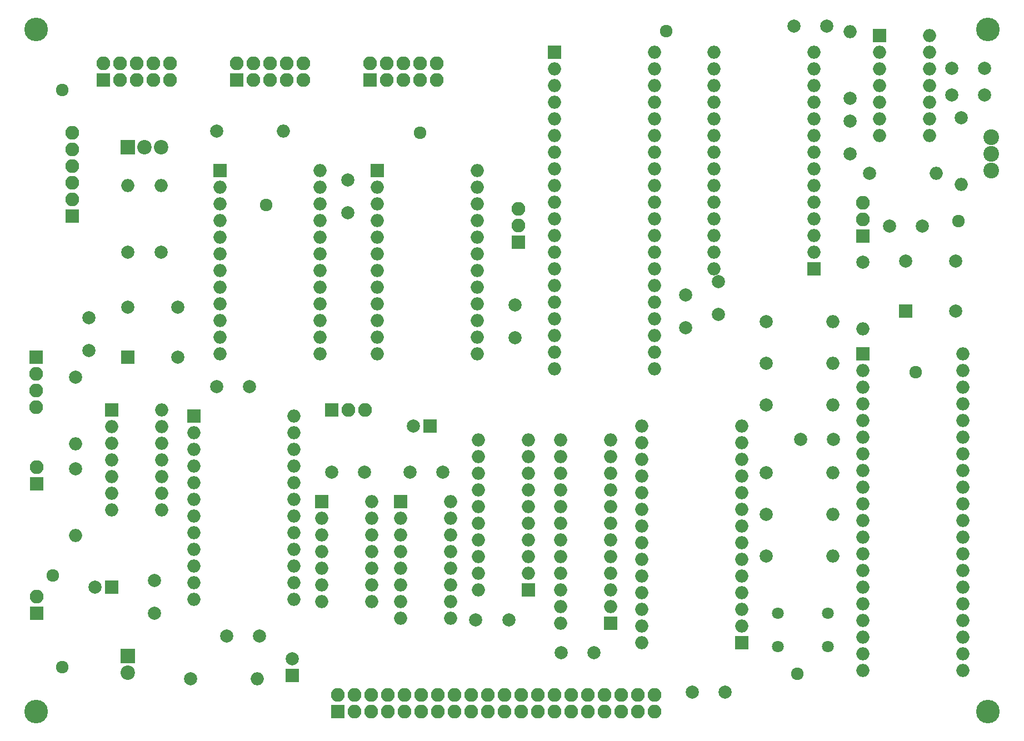
<source format=gts>
G04 #@! TF.FileFunction,Soldermask,Top*
%FSLAX46Y46*%
G04 Gerber Fmt 4.6, Leading zero omitted, Abs format (unit mm)*
G04 Created by KiCad (PCBNEW 4.0.7) date 11/10/19 12:42:26*
%MOMM*%
%LPD*%
G01*
G04 APERTURE LIST*
%ADD10C,0.100000*%
%ADD11C,1.924000*%
%ADD12C,3.600000*%
%ADD13C,2.000000*%
%ADD14R,2.000000X2.000000*%
%ADD15R,2.100000X2.100000*%
%ADD16O,2.100000X2.100000*%
%ADD17O,2.000000X2.000000*%
%ADD18C,1.797000*%
%ADD19R,2.200000X2.200000*%
%ADD20C,2.200000*%
%ADD21C,2.400000*%
G04 APERTURE END LIST*
D10*
D11*
X189000000Y-87270000D03*
X113500000Y-50770000D03*
X171000000Y-133270000D03*
X195500000Y-64270000D03*
X90000000Y-61770000D03*
X57500000Y-118270000D03*
X59000000Y-132270000D03*
D12*
X55000000Y-35000000D03*
X200000000Y-35000000D03*
X200000000Y-139000000D03*
X55000000Y-139000000D03*
D13*
X176500000Y-97500000D03*
X171500000Y-97500000D03*
X87500000Y-89500000D03*
X82500000Y-89500000D03*
X154000000Y-75500000D03*
X154000000Y-80500000D03*
X140000000Y-130000000D03*
X135000000Y-130000000D03*
X102500000Y-63000000D03*
X102500000Y-58000000D03*
X89000000Y-127500000D03*
X84000000Y-127500000D03*
X128000000Y-77000000D03*
X128000000Y-82000000D03*
X160000000Y-136000000D03*
X155000000Y-136000000D03*
X117000000Y-102500000D03*
X112000000Y-102500000D03*
X73000000Y-119000000D03*
X73000000Y-124000000D03*
D14*
X66500000Y-120000000D03*
D13*
X64000000Y-120000000D03*
D14*
X115000000Y-95500000D03*
D13*
X112500000Y-95500000D03*
D14*
X94000000Y-133500000D03*
D13*
X94000000Y-131000000D03*
D15*
X65240000Y-42700000D03*
D16*
X65240000Y-40160000D03*
X67780000Y-42700000D03*
X67780000Y-40160000D03*
X70320000Y-42700000D03*
X70320000Y-40160000D03*
X72860000Y-42700000D03*
X72860000Y-40160000D03*
X75400000Y-42700000D03*
X75400000Y-40160000D03*
D15*
X85560000Y-42700000D03*
D16*
X85560000Y-40160000D03*
X88100000Y-42700000D03*
X88100000Y-40160000D03*
X90640000Y-42700000D03*
X90640000Y-40160000D03*
X93180000Y-42700000D03*
X93180000Y-40160000D03*
X95720000Y-42700000D03*
X95720000Y-40160000D03*
D15*
X105880000Y-42700000D03*
D16*
X105880000Y-40160000D03*
X108420000Y-42700000D03*
X108420000Y-40160000D03*
X110960000Y-42700000D03*
X110960000Y-40160000D03*
X113500000Y-42700000D03*
X113500000Y-40160000D03*
X116040000Y-42700000D03*
X116040000Y-40160000D03*
D15*
X55080000Y-104295000D03*
D16*
X55080000Y-101755000D03*
D15*
X101000000Y-139000000D03*
D16*
X101000000Y-136460000D03*
X103540000Y-139000000D03*
X103540000Y-136460000D03*
X106080000Y-139000000D03*
X106080000Y-136460000D03*
X108620000Y-139000000D03*
X108620000Y-136460000D03*
X111160000Y-139000000D03*
X111160000Y-136460000D03*
X113700000Y-139000000D03*
X113700000Y-136460000D03*
X116240000Y-139000000D03*
X116240000Y-136460000D03*
X118780000Y-139000000D03*
X118780000Y-136460000D03*
X121320000Y-139000000D03*
X121320000Y-136460000D03*
X123860000Y-139000000D03*
X123860000Y-136460000D03*
X126400000Y-139000000D03*
X126400000Y-136460000D03*
X128940000Y-139000000D03*
X128940000Y-136460000D03*
X131480000Y-139000000D03*
X131480000Y-136460000D03*
X134020000Y-139000000D03*
X134020000Y-136460000D03*
X136560000Y-139000000D03*
X136560000Y-136460000D03*
X139100000Y-139000000D03*
X139100000Y-136460000D03*
X141640000Y-139000000D03*
X141640000Y-136460000D03*
X144180000Y-139000000D03*
X144180000Y-136460000D03*
X146720000Y-139000000D03*
X146720000Y-136460000D03*
X149260000Y-139000000D03*
X149260000Y-136460000D03*
D15*
X55080000Y-123980000D03*
D16*
X55080000Y-121440000D03*
D13*
X166205000Y-92230000D03*
D17*
X176365000Y-92230000D03*
D13*
X166205000Y-85880000D03*
D17*
X176365000Y-85880000D03*
D13*
X82500000Y-50500000D03*
D17*
X92660000Y-50500000D03*
D13*
X166205000Y-79530000D03*
D17*
X176365000Y-79530000D03*
D13*
X181000000Y-70500000D03*
D17*
X181000000Y-80660000D03*
D13*
X166205000Y-102580000D03*
D17*
X176365000Y-102580000D03*
D13*
X166205000Y-115280000D03*
D17*
X176365000Y-115280000D03*
D13*
X166205000Y-108930000D03*
D17*
X176365000Y-108930000D03*
D13*
X61000000Y-102000000D03*
D17*
X61000000Y-112160000D03*
D13*
X61000000Y-88000000D03*
D17*
X61000000Y-98160000D03*
D18*
X175620000Y-124000000D03*
X175620000Y-129080000D03*
X168000000Y-124000000D03*
X168000000Y-129080000D03*
D14*
X187500000Y-78000000D03*
D13*
X187500000Y-70380000D03*
X195120000Y-70380000D03*
X195120000Y-78000000D03*
D14*
X181000000Y-84500000D03*
D17*
X196240000Y-132760000D03*
X181000000Y-87040000D03*
X196240000Y-130220000D03*
X181000000Y-89580000D03*
X196240000Y-127680000D03*
X181000000Y-92120000D03*
X196240000Y-125140000D03*
X181000000Y-94660000D03*
X196240000Y-122600000D03*
X181000000Y-97200000D03*
X196240000Y-120060000D03*
X181000000Y-99740000D03*
X196240000Y-117520000D03*
X181000000Y-102280000D03*
X196240000Y-114980000D03*
X181000000Y-104820000D03*
X196240000Y-112440000D03*
X181000000Y-107360000D03*
X196240000Y-109900000D03*
X181000000Y-109900000D03*
X196240000Y-107360000D03*
X181000000Y-112440000D03*
X196240000Y-104820000D03*
X181000000Y-114980000D03*
X196240000Y-102280000D03*
X181000000Y-117520000D03*
X196240000Y-99740000D03*
X181000000Y-120060000D03*
X196240000Y-97200000D03*
X181000000Y-122600000D03*
X196240000Y-94660000D03*
X181000000Y-125140000D03*
X196240000Y-92120000D03*
X181000000Y-127680000D03*
X196240000Y-89580000D03*
X181000000Y-130220000D03*
X196240000Y-87040000D03*
X181000000Y-132760000D03*
X196240000Y-84500000D03*
D14*
X83000000Y-56500000D03*
D17*
X98240000Y-84440000D03*
X83000000Y-59040000D03*
X98240000Y-81900000D03*
X83000000Y-61580000D03*
X98240000Y-79360000D03*
X83000000Y-64120000D03*
X98240000Y-76820000D03*
X83000000Y-66660000D03*
X98240000Y-74280000D03*
X83000000Y-69200000D03*
X98240000Y-71740000D03*
X83000000Y-71740000D03*
X98240000Y-69200000D03*
X83000000Y-74280000D03*
X98240000Y-66660000D03*
X83000000Y-76820000D03*
X98240000Y-64120000D03*
X83000000Y-79360000D03*
X98240000Y-61580000D03*
X83000000Y-81900000D03*
X98240000Y-59040000D03*
X83000000Y-84440000D03*
X98240000Y-56500000D03*
D14*
X69000000Y-85000000D03*
D13*
X69000000Y-77380000D03*
X76620000Y-77380000D03*
X76620000Y-85000000D03*
D14*
X134000000Y-38500000D03*
D17*
X149240000Y-86760000D03*
X134000000Y-41040000D03*
X149240000Y-84220000D03*
X134000000Y-43580000D03*
X149240000Y-81680000D03*
X134000000Y-46120000D03*
X149240000Y-79140000D03*
X134000000Y-48660000D03*
X149240000Y-76600000D03*
X134000000Y-51200000D03*
X149240000Y-74060000D03*
X134000000Y-53740000D03*
X149240000Y-71520000D03*
X134000000Y-56280000D03*
X149240000Y-68980000D03*
X134000000Y-58820000D03*
X149240000Y-66440000D03*
X134000000Y-61360000D03*
X149240000Y-63900000D03*
X134000000Y-63900000D03*
X149240000Y-61360000D03*
X134000000Y-66440000D03*
X149240000Y-58820000D03*
X134000000Y-68980000D03*
X149240000Y-56280000D03*
X134000000Y-71520000D03*
X149240000Y-53740000D03*
X134000000Y-74060000D03*
X149240000Y-51200000D03*
X134000000Y-76600000D03*
X149240000Y-48660000D03*
X134000000Y-79140000D03*
X149240000Y-46120000D03*
X134000000Y-81680000D03*
X149240000Y-43580000D03*
X134000000Y-84220000D03*
X149240000Y-41040000D03*
X134000000Y-86760000D03*
X149240000Y-38500000D03*
D14*
X142500000Y-125500000D03*
D17*
X134880000Y-97560000D03*
X142500000Y-122960000D03*
X134880000Y-100100000D03*
X142500000Y-120420000D03*
X134880000Y-102640000D03*
X142500000Y-117880000D03*
X134880000Y-105180000D03*
X142500000Y-115340000D03*
X134880000Y-107720000D03*
X142500000Y-112800000D03*
X134880000Y-110260000D03*
X142500000Y-110260000D03*
X134880000Y-112800000D03*
X142500000Y-107720000D03*
X134880000Y-115340000D03*
X142500000Y-105180000D03*
X134880000Y-117880000D03*
X142500000Y-102640000D03*
X134880000Y-120420000D03*
X142500000Y-100100000D03*
X134880000Y-122960000D03*
X142500000Y-97560000D03*
X134880000Y-125500000D03*
D14*
X79000000Y-94000000D03*
D17*
X94240000Y-121940000D03*
X79000000Y-96540000D03*
X94240000Y-119400000D03*
X79000000Y-99080000D03*
X94240000Y-116860000D03*
X79000000Y-101620000D03*
X94240000Y-114320000D03*
X79000000Y-104160000D03*
X94240000Y-111780000D03*
X79000000Y-106700000D03*
X94240000Y-109240000D03*
X79000000Y-109240000D03*
X94240000Y-106700000D03*
X79000000Y-111780000D03*
X94240000Y-104160000D03*
X79000000Y-114320000D03*
X94240000Y-101620000D03*
X79000000Y-116860000D03*
X94240000Y-99080000D03*
X79000000Y-119400000D03*
X94240000Y-96540000D03*
X79000000Y-121940000D03*
X94240000Y-94000000D03*
D14*
X107000000Y-56500000D03*
D17*
X122240000Y-84440000D03*
X107000000Y-59040000D03*
X122240000Y-81900000D03*
X107000000Y-61580000D03*
X122240000Y-79360000D03*
X107000000Y-64120000D03*
X122240000Y-76820000D03*
X107000000Y-66660000D03*
X122240000Y-74280000D03*
X107000000Y-69200000D03*
X122240000Y-71740000D03*
X107000000Y-71740000D03*
X122240000Y-69200000D03*
X107000000Y-74280000D03*
X122240000Y-66660000D03*
X107000000Y-76820000D03*
X122240000Y-64120000D03*
X107000000Y-79360000D03*
X122240000Y-61580000D03*
X107000000Y-81900000D03*
X122240000Y-59040000D03*
X107000000Y-84440000D03*
X122240000Y-56500000D03*
D14*
X173500000Y-71500000D03*
D17*
X158260000Y-38480000D03*
X173500000Y-68960000D03*
X158260000Y-41020000D03*
X173500000Y-66420000D03*
X158260000Y-43560000D03*
X173500000Y-63880000D03*
X158260000Y-46100000D03*
X173500000Y-61340000D03*
X158260000Y-48640000D03*
X173500000Y-58800000D03*
X158260000Y-51180000D03*
X173500000Y-56260000D03*
X158260000Y-53720000D03*
X173500000Y-53720000D03*
X158260000Y-56260000D03*
X173500000Y-51180000D03*
X158260000Y-58800000D03*
X173500000Y-48640000D03*
X158260000Y-61340000D03*
X173500000Y-46100000D03*
X158260000Y-63880000D03*
X173500000Y-43560000D03*
X158260000Y-66420000D03*
X173500000Y-41020000D03*
X158260000Y-68960000D03*
X173500000Y-38480000D03*
X158260000Y-71500000D03*
D14*
X162500000Y-128500000D03*
D17*
X147260000Y-95480000D03*
X162500000Y-125960000D03*
X147260000Y-98020000D03*
X162500000Y-123420000D03*
X147260000Y-100560000D03*
X162500000Y-120880000D03*
X147260000Y-103100000D03*
X162500000Y-118340000D03*
X147260000Y-105640000D03*
X162500000Y-115800000D03*
X147260000Y-108180000D03*
X162500000Y-113260000D03*
X147260000Y-110720000D03*
X162500000Y-110720000D03*
X147260000Y-113260000D03*
X162500000Y-108180000D03*
X147260000Y-115800000D03*
X162500000Y-105640000D03*
X147260000Y-118340000D03*
X162500000Y-103100000D03*
X147260000Y-120880000D03*
X162500000Y-100560000D03*
X147260000Y-123420000D03*
X162500000Y-98020000D03*
X147260000Y-125960000D03*
X162500000Y-95480000D03*
X147260000Y-128500000D03*
D14*
X66500000Y-93000000D03*
D17*
X74120000Y-108240000D03*
X66500000Y-95540000D03*
X74120000Y-105700000D03*
X66500000Y-98080000D03*
X74120000Y-103160000D03*
X66500000Y-100620000D03*
X74120000Y-100620000D03*
X66500000Y-103160000D03*
X74120000Y-98080000D03*
X66500000Y-105700000D03*
X74120000Y-95540000D03*
X66500000Y-108240000D03*
X74120000Y-93000000D03*
D15*
X60500000Y-63500000D03*
D16*
X60500000Y-60960000D03*
X60500000Y-58420000D03*
X60500000Y-55880000D03*
X60500000Y-53340000D03*
X60500000Y-50800000D03*
D15*
X100000000Y-93000000D03*
D16*
X102540000Y-93000000D03*
X105080000Y-93000000D03*
D13*
X127000000Y-125000000D03*
X122000000Y-125000000D03*
X179000000Y-49000000D03*
X179000000Y-54000000D03*
X175500000Y-34500000D03*
X170500000Y-34500000D03*
X105000000Y-102500000D03*
X100000000Y-102500000D03*
X194500000Y-45000000D03*
X199500000Y-45000000D03*
X194500000Y-41000000D03*
X199500000Y-41000000D03*
D19*
X69000000Y-130500000D03*
D20*
X69000000Y-133040000D03*
D19*
X69000000Y-53000000D03*
D20*
X71540000Y-53000000D03*
X74080000Y-53000000D03*
D15*
X55000000Y-85000000D03*
D16*
X55000000Y-87540000D03*
X55000000Y-90080000D03*
X55000000Y-92620000D03*
D15*
X128500000Y-67500000D03*
D16*
X128500000Y-64960000D03*
X128500000Y-62420000D03*
D15*
X181000000Y-66500000D03*
D16*
X181000000Y-63960000D03*
X181000000Y-61420000D03*
D13*
X179000000Y-45500000D03*
D17*
X179000000Y-35340000D03*
D13*
X182000000Y-57000000D03*
D17*
X192160000Y-57000000D03*
D13*
X78500000Y-134000000D03*
D17*
X88660000Y-134000000D03*
D13*
X196000000Y-48500000D03*
D17*
X196000000Y-58660000D03*
D13*
X69000000Y-69000000D03*
D17*
X69000000Y-58840000D03*
D13*
X74000000Y-69000000D03*
D17*
X74000000Y-58840000D03*
D14*
X130000000Y-120500000D03*
D17*
X122380000Y-97640000D03*
X130000000Y-117960000D03*
X122380000Y-100180000D03*
X130000000Y-115420000D03*
X122380000Y-102720000D03*
X130000000Y-112880000D03*
X122380000Y-105260000D03*
X130000000Y-110340000D03*
X122380000Y-107800000D03*
X130000000Y-107800000D03*
X122380000Y-110340000D03*
X130000000Y-105260000D03*
X122380000Y-112880000D03*
X130000000Y-102720000D03*
X122380000Y-115420000D03*
X130000000Y-100180000D03*
X122380000Y-117960000D03*
X130000000Y-97640000D03*
X122380000Y-120500000D03*
D14*
X183500000Y-36000000D03*
D17*
X191120000Y-51240000D03*
X183500000Y-38540000D03*
X191120000Y-48700000D03*
X183500000Y-41080000D03*
X191120000Y-46160000D03*
X183500000Y-43620000D03*
X191120000Y-43620000D03*
X183500000Y-46160000D03*
X191120000Y-41080000D03*
X183500000Y-48700000D03*
X191120000Y-38540000D03*
X183500000Y-51240000D03*
X191120000Y-36000000D03*
D14*
X110500000Y-107000000D03*
D17*
X118120000Y-124780000D03*
X110500000Y-109540000D03*
X118120000Y-122240000D03*
X110500000Y-112080000D03*
X118120000Y-119700000D03*
X110500000Y-114620000D03*
X118120000Y-117160000D03*
X110500000Y-117160000D03*
X118120000Y-114620000D03*
X110500000Y-119700000D03*
X118120000Y-112080000D03*
X110500000Y-122240000D03*
X118120000Y-109540000D03*
X110500000Y-124780000D03*
X118120000Y-107000000D03*
D14*
X98500000Y-107000000D03*
D17*
X106120000Y-122240000D03*
X98500000Y-109540000D03*
X106120000Y-119700000D03*
X98500000Y-112080000D03*
X106120000Y-117160000D03*
X98500000Y-114620000D03*
X106120000Y-114620000D03*
X98500000Y-117160000D03*
X106120000Y-112080000D03*
X98500000Y-119700000D03*
X106120000Y-109540000D03*
X98500000Y-122240000D03*
X106120000Y-107000000D03*
D21*
X200500000Y-54040000D03*
X200500000Y-56580000D03*
X200500000Y-51500000D03*
D13*
X159000000Y-78500000D03*
X159000000Y-73500000D03*
X190000000Y-65000000D03*
X185000000Y-65000000D03*
X63000000Y-79000000D03*
X63000000Y-84000000D03*
D11*
X59000000Y-44270000D03*
X151000000Y-35270000D03*
M02*

</source>
